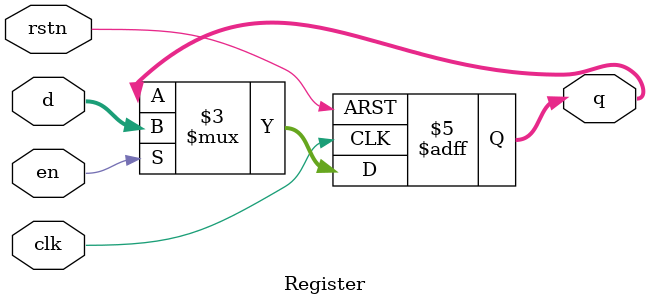
<source format=v>
`timescale 1ns / 1ps


module  Register #(parameter WIDTH = 16, RST_VALUE = 0)(
    input  clk, rstn, en,
    input  [WIDTH - 1 : 0]  d,
    output reg  [WIDTH - 1 : 0] q
    );

    always @(posedge clk, negedge rstn) begin
        if (!rstn) 
            q <= RST_VALUE;
        else  if (en)
            q <= d;
    end

endmodule

</source>
